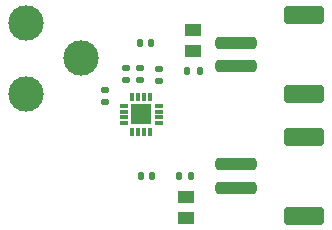
<source format=gbr>
%TF.GenerationSoftware,KiCad,Pcbnew,7.0.2-0*%
%TF.CreationDate,2024-01-11T17:10:39-05:00*%
%TF.ProjectId,SolarCharger_v2,536f6c61-7243-4686-9172-6765725f7632,2*%
%TF.SameCoordinates,Original*%
%TF.FileFunction,Soldermask,Top*%
%TF.FilePolarity,Negative*%
%FSLAX46Y46*%
G04 Gerber Fmt 4.6, Leading zero omitted, Abs format (unit mm)*
G04 Created by KiCad (PCBNEW 7.0.2-0) date 2024-01-11 17:10:39*
%MOMM*%
%LPD*%
G01*
G04 APERTURE LIST*
G04 Aperture macros list*
%AMRoundRect*
0 Rectangle with rounded corners*
0 $1 Rounding radius*
0 $2 $3 $4 $5 $6 $7 $8 $9 X,Y pos of 4 corners*
0 Add a 4 corners polygon primitive as box body*
4,1,4,$2,$3,$4,$5,$6,$7,$8,$9,$2,$3,0*
0 Add four circle primitives for the rounded corners*
1,1,$1+$1,$2,$3*
1,1,$1+$1,$4,$5*
1,1,$1+$1,$6,$7*
1,1,$1+$1,$8,$9*
0 Add four rect primitives between the rounded corners*
20,1,$1+$1,$2,$3,$4,$5,0*
20,1,$1+$1,$4,$5,$6,$7,0*
20,1,$1+$1,$6,$7,$8,$9,0*
20,1,$1+$1,$8,$9,$2,$3,0*%
G04 Aperture macros list end*
%ADD10RoundRect,0.250000X1.500000X-0.250000X1.500000X0.250000X-1.500000X0.250000X-1.500000X-0.250000X0*%
%ADD11RoundRect,0.250001X1.449999X-0.499999X1.449999X0.499999X-1.449999X0.499999X-1.449999X-0.499999X0*%
%ADD12R,1.400000X1.000000*%
%ADD13RoundRect,0.140000X0.140000X0.170000X-0.140000X0.170000X-0.140000X-0.170000X0.140000X-0.170000X0*%
%ADD14RoundRect,0.135000X-0.185000X0.135000X-0.185000X-0.135000X0.185000X-0.135000X0.185000X0.135000X0*%
%ADD15RoundRect,0.135000X0.135000X0.185000X-0.135000X0.185000X-0.135000X-0.185000X0.135000X-0.185000X0*%
%ADD16RoundRect,0.135000X0.185000X-0.135000X0.185000X0.135000X-0.185000X0.135000X-0.185000X-0.135000X0*%
%ADD17R,0.800000X0.300000*%
%ADD18R,0.300000X0.800000*%
%ADD19R,1.750000X1.750000*%
%ADD20C,3.000000*%
G04 APERTURE END LIST*
D10*
%TO.C,J2*%
X169367200Y-80790800D03*
X169367200Y-78790800D03*
D11*
X175117200Y-83140800D03*
X175117200Y-76440800D03*
%TD*%
D12*
%TO.C,D1*%
X165100000Y-83334000D03*
X165100000Y-81534000D03*
%TD*%
D13*
%TO.C,C2*%
X162250000Y-79806800D03*
X161290000Y-79806800D03*
%TD*%
D14*
%TO.C,R3*%
X161239200Y-70662800D03*
X161239200Y-71682800D03*
%TD*%
D12*
%TO.C,D2*%
X165760400Y-67440400D03*
X165760400Y-69240400D03*
%TD*%
D10*
%TO.C,J3*%
X169362000Y-70494400D03*
X169362000Y-68494400D03*
D11*
X175112000Y-72844400D03*
X175112000Y-66144400D03*
%TD*%
D13*
%TO.C,C1*%
X162204400Y-68529200D03*
X161244400Y-68529200D03*
%TD*%
D15*
%TO.C,R6*%
X166272400Y-70916800D03*
X165252400Y-70916800D03*
%TD*%
%TO.C,R5*%
X165557200Y-79756000D03*
X164537200Y-79756000D03*
%TD*%
D16*
%TO.C,R4*%
X162864800Y-71733600D03*
X162864800Y-70713600D03*
%TD*%
D17*
%TO.C,IC1*%
X159840800Y-73824400D03*
X159840800Y-74324400D03*
X159840800Y-74824400D03*
X159840800Y-75324400D03*
D18*
X160590800Y-76074400D03*
X161090800Y-76074400D03*
X161590800Y-76074400D03*
X162090800Y-76074400D03*
D17*
X162840800Y-75324400D03*
X162840800Y-74824400D03*
X162840800Y-74324400D03*
X162840800Y-73824400D03*
D18*
X162090800Y-73074400D03*
X161590800Y-73074400D03*
X161090800Y-73074400D03*
X160590800Y-73074400D03*
D19*
X161340800Y-74574400D03*
%TD*%
D20*
%TO.C,J1*%
X151547600Y-66828125D03*
X151547600Y-72828125D03*
X156247600Y-69828125D03*
%TD*%
D14*
%TO.C,R1*%
X158242000Y-72487600D03*
X158242000Y-73507600D03*
%TD*%
D16*
%TO.C,R2*%
X160020000Y-71682800D03*
X160020000Y-70662800D03*
%TD*%
M02*

</source>
